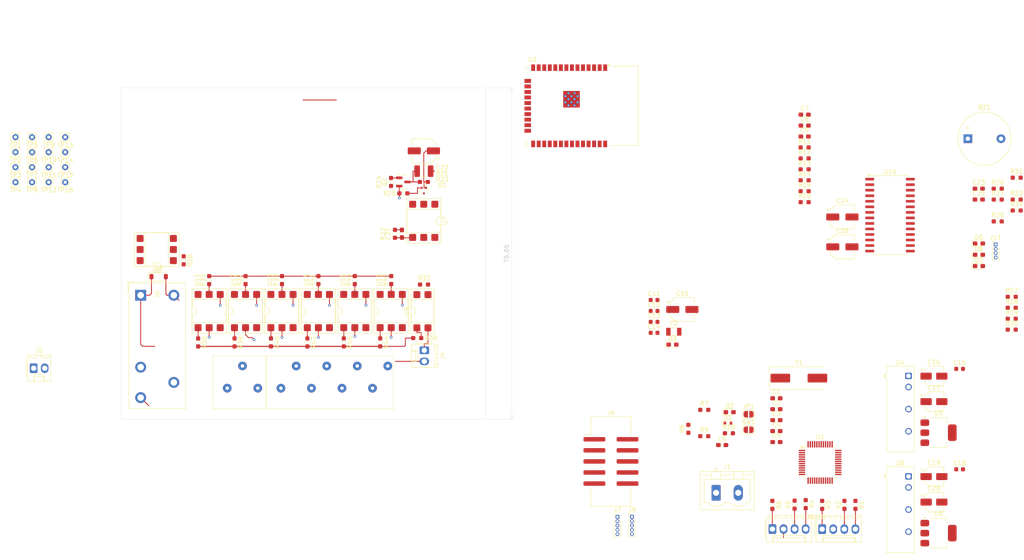
<source format=kicad_pcb>
(kicad_pcb (version 20241229) (generator "pcbnew") (generator_version "9.0")
  (layers (0 "F.Cu" signal) (2 "B.Cu" signal) (13 "F.Paste" user) (15 "B.Paste" user) (5 "F.SilkS" user "F.Silkscreen") (7 "B.SilkS" user "B.Silkscreen") (1 "F.Mask" user) (3 "B.Mask" user) (25 "Edge.Cuts" user))
  (net 0 "")
  (net 1 "/Perifericos/Buzzer")
  (net 2 "+5V_ESP")
  (net 3 "3V3_STM")
  (net 4 "GND")
  (net 5 "/STM32/OSC_In")
  (net 6 "/STM32/OSC_Out")
  (net 7 "/STM32/STM_Reset")
  (net 8 "/ESP32/5V_test")
  (net 9 "/ESP32/3.3V_test")
  (net 10 "+3.3V_ESP")
  (net 11 "/ESP32/RTC_XTAL2")
  (net 12 "/ESP32/ENABLE")
  (net 13 "/ESP32/BOOT_prog")
  (net 14 "/ESP32/RTC_XTAL1")
  (net 15 "GND_ISO")
  (net 16 "+12V_ISO")
  (net 17 "Net-(Q1-B)")
  (net 18 "Net-(D2-K)")
  (net 19 "Net-(D3-K)")
  (net 21 "Net-(D6-K)")
  (net 22 "Net-(D7-K)")
  (net 23 "/Perifericos/LED_State")
  (net 24 "/Perifericos/LED_Error")
  (net 25 "/Perifericos/FREQ_SEL_2_ISO")
  (net 26 "/Perifericos/RELAY_COM")
  (net 27 "/Perifericos/FREQ_SEL_1_ISO")
  (net 28 "/Perifericos/RELAY_NC")
  (net 29 "/Perifericos/FREQ_SEL_3_ISO")
  (net 30 "/Perifericos/FREQ_SEL_4_ISO")
  (net 31 "/Perifericos/RELAY_NO")
  (net 32 "/Perifericos/START_CTRL_ISO")
  (net 33 "/Perifericos/TERMO_SWITCH_ISO")
  (net 34 "/Perifericos/STOP_BUTTON_ISO")
  (net 35 "/STM32/SW_3V3")
  (net 36 "/SW_5V")
  (net 37 "/STM32/SW_DIO")
  (net 39 "/SW_LinkReset")
  (net 40 "/ESP32/Vsens_HV")
  (net 41 "/ESP32/VSens_Corriente")
  (net 42 "/STM32/U_In")
  (net 43 "/STM32/U_Sd")
  (net 44 "/STM32/V_In")
  (net 45 "/ESP32/TXD0_prog")
  (net 46 "/ESP32/RXD0_prog")
  (net 47 "/STM32/W_Sd")
  (net 48 "/STM32/W_In")
  (net 49 "/STM32/V_Sd")
  (net 50 "/ESP32/OLED_SDA")
  (net 51 "/ESP32/OLED_SCL")
  (net 52 "Net-(Q1-C)")
  (net 53 "Net-(Q1-E)")
  (net 54 "Net-(Q2-G)")
  (net 55 "Net-(Q2-D)")
  (net 56 "Net-(U1-PA1)")
  (net 57 "Net-(U1-PA2)")
  (net 58 "Net-(U1-PA3)")
  (net 59 "Net-(U1-PA4)")
  (net 60 "Net-(U1-PA5)")
  (net 61 "Net-(U1-PA6)")
  (net 62 "/STM32/Boot0")
  (net 63 "/STM32/Boot1")
  (net 64 "/Perifericos/FREQ_SEL_1")
  (net 65 "/ESP32/V0-10V")
  (net 66 "/Perifericos/Matrix_0")
  (net 67 "/Perifericos/Matrix_1")
  (net 68 "/Perifericos/FREQ_SEL_3")
  (net 69 "Net-(R42-Pad1)")
  (net 70 "/Perifericos/RELAY_CTRL")
  (net 71 "/Perifericos/FREQ_SEL_4")
  (net 72 "/ESP32/START_CTRL")
  (net 73 "/ESP32/STOP_BUTTON")
  (net 74 "/ESP32/RESET_MCP")
  (net 75 "/Perifericos/TermoSw_Input")
  (net 77 "/ESP32/MISO")
  (net 81 "/ESP32/MOSI")
  (net 83 "/ESP32/NSS")
  (net 87 "/ESP32/SCK")
  (net 96 "/STM32/STOP_BUTTON")
  (net 101 "/ESP32/INT_A")
  (net 102 "/ESP32/SCL_MCP")
  (net 107 "/ESP32/SDA_MCP")
  (net 110 "/ESP32/INT_B")
  (net 121 "/Perifericos/Matrix_4")
  (net 122 "/Perifericos/Matrix_5")
  (net 123 "/Perifericos/Matrix_2")
  (net 124 "/Perifericos/Matrix_3")
  (net 125 "/Perifericos/0_10V_ISO")
  (net 126 "Net-(D4-A)")
  (net 127 "Net-(D5-K)")
  (net 134 "/Fuentes/Fuente_ISO/+5V_OUT")
  (net 135 "Net-(R28-Pad2)")
  (net 136 "Net-(R30-Pad2)")
  (net 137 "Net-(R36-Pad1)")
  (net 138 "/Perifericos/FREQ_SEL_2")
  (net 139 "Net-(R38-Pad1)")
  (net 140 "Net-(R40-Pad1)")
  (net 141 "Net-(R44-Pad1)")
  (net 142 "Net-(R46-Pad1)")
  (net 153 "/SW_Clik")
  (footprint "Capacitor_SMD:C_0603_1608Metric_Pad1.08x0.95mm_HandSolder" (layer "F.Cu") (at 217.275 44.34)
    (property "Reference" "C8")
    (property "Value" "100nF")
  )
  (footprint "Connector_Pin:Pin_D0.7mm_L6.5mm_W1.8mm_FlatFork" (layer "F.Cu") (at 40.15 57.35)
    (property "Reference" "TP8")
    (property "Value" "TestPoint")
  )
  (footprint "LED_SMD:LED_0603_1608Metric_Pad1.05x0.95mm_HandSolder" (layer "F.Cu") (at 257.24 71.4)
    (property "Reference" "D5")
    (property "Value" "LED_YELLOW")
  )
  (footprint "Package_DIP:DIP-6_W7.62mm_SMDSocket_SmallPads" (layer "F.Cu") (at 97.445 86.9 90)
    (property "Reference" "U13")
    (property "Value" "4N25")
  )
  (footprint "Resistor_SMD:R_0603_1608Metric_Pad0.98x0.95mm_HandSolder" (layer "F.Cu") (at 122.45 57.275 90)
    (property "Reference" "R24")
    (property "Value" "10K")
  )
  (footprint "Capacitor_SMD:C_0603_1608Metric" (layer "F.Cu") (at 252.805 123.22)
    (property "Reference" "C18")
    (property "Value" "4.7uF")
  )
  (footprint "Connector_Pin:Pin_D0.7mm_L6.5mm_W1.8mm_FlatFork" (layer "F.Cu") (at 36.35 57.35)
    (property "Reference" "TP4")
    (property "Value" "TestPoint")
  )
  (footprint "Connector_Pin:Pin_D0.7mm_L6.5mm_W1.8mm_FlatFork" (layer "F.Cu") (at 43.95 50.45)
    (property "Reference" "TP10")
    (property "Value" "TestPoint")
  )
  (footprint "Capacitor_SMD:C_0603_1608Metric" (layer "F.Cu") (at 182.755 89.39)
    (property "Reference" "C13")
    (property "Value" "1nF")
  )
  (footprint "Resistor_SMD:R_0603_1608Metric_Pad0.98x0.95mm_HandSolder" (layer "F.Cu") (at 209.875 131.38 -90)
    (property "Reference" "R6")
    (property "Value" "1K")
  )
  (footprint "Crystal:Crystal_SMD_3215-2Pin_3.2x1.5mm" (layer "F.Cu") (at 187.285 91.64)
    (property "Reference" "Y2")
    (property "Value" "32.768KHz")
  )
  (footprint "Resistor_SMD:R_0603_1608Metric_Pad0.98x0.95mm_HandSolder" (layer "F.Cu") (at 214.975 131.33 -90)
    (property "Reference" "R5")
    (property "Value" "1K")
  )
  (footprint "Capacitor_SMD:C_0603_1608Metric" (layer "F.Cu") (at 182.755 91.9)
    (property "Reference" "C14")
    (property "Value" "12pF")
  )
  (footprint "Capacitor_SMD:C_0603_1608Metric_Pad1.08x0.95mm_HandSolder" (layer "F.Cu") (at 217.275 46.85)
    (property "Reference" "C9")
    (property "Value" "100nF")
  )
  (footprint "Connector_PinHeader_1.00mm:PinHeader_1x05_P1.00mm_Vertical" (layer "F.Cu") (at 174.355 134.12)
    (property "Reference" "J7")
    (property "Value" "Inverter_MEAS")
  )
  (footprint "Connector_Molex:Molex_KK-254_AE-6410-02A_1x02_P2.54mm_Vertical" (layer "F.Cu") (at 130.075 95.91625 -90)
    (property "Reference" "J4")
    (property "Value" "TERMO_SW1")
  )
  (footprint "Resistor_SMD:R_0603_1608Metric_Pad0.98x0.95mm_HandSolder" (layer "F.Cu") (at 105.795 79.80625 90)
    (property "Reference" "R41")
    (property "Value" "33.2K")
  )
  (footprint "Package_DIP:DIP-6_W7.62mm_SMDSocket_SmallPads" (layer "F.Cu") (at 89.095 86.90625 90)
    (property "Reference" "U12")
    (property "Value" "4N25")
  )
  (footprint "Connector_Pin:Pin_D0.7mm_L6.5mm_W1.8mm_FlatFork" (layer "F.Cu") (at 43.95 53.9)
    (property "Reference" "TP11")
    (property "Value" "TestPoint")
  )
  (footprint "Package_DIP:DIP-6_W7.62mm_SMDSocket_SmallPads" (layer "F.Cu") (at 105.795 86.90625 90)
    (property "Reference" "U14")
    (property "Value" "4N25")
  )
  (footprint "Connector_Molex:Molex_KK-254_AE-6410-02A_1x02_P2.54mm_Vertical" (layer "F.Cu") (at 40.51 100.025)
    (property "Reference" "J5")
    (property "Value" "Conn_01x02")
  )
  (footprint "Resistor_SMD:R_0603_1608Metric_Pad0.98x0.95mm_HandSolder" (layer "F.Cu") (at 265.895 63.83)
    (property "Reference" "R34")
    (property "Value" "680")
  )
  (footprint "Capacitor_SMD:CP_Elec_4x5.4" (layer "F.Cu") (at 246.925 101.84)
    (property "Reference" "C16")
    (property "Value" "10uF")
  )
  (footprint "Capacitor_SMD:CP_Elec_4x5.4" (layer "F.Cu") (at 246.925 124.89)
    (property "Reference" "C19")
    (property "Value" "10uF")
  )
  (footprint "Resistor_SMD:R_0603_1608Metric_Pad0.98x0.95mm_HandSolder" (layer "F.Cu") (at 123.35 69.175 -90)
    (property "Reference" "R22")
    (property "Value" "1K")
  )
  (footprint "Connector_PinHeader_1.00mm:PinHeader_1x05_P1.00mm_Vertical" (layer "F.Cu") (at 177.685 134.12)
    (property "Reference" "J9")
    (property "Value" "ESP32_Programmer")
  )
  (footprint "Capacitor_SMD:CP_Elec_4x5.4" (layer "F.Cu") (at 246.925 130.74)
    (property "Reference" "C20")
    (property "Value" "22uF")
  )
  (footprint "Resistor_SMD:R_0603_1608Metric_Pad0.98x0.95mm_HandSolder" (layer "F.Cu") (at 217.275 49.36)
    (property "Reference" "R11")
    (property "Value" "10K")
  )
  (footprint "Resistor_SMD:R_0603_1608Metric_Pad0.98x0.95mm_HandSolder" (layer "F.Cu") (at 194.2625 115.625)
    (property "Reference" "R9")
    (property "Value" "10K")
  )
  (footprint "Diode_SMD:D_SOD-123" (layer "F.Cu") (at 69.175 79)
    (property "Reference" "D4")
    (property "Value" "1N4148W")
  )
  (footprint "Resistor_SMD:R_0603_1608Metric_Pad0.98x0.95mm_HandSolder" (layer "F.Cu") (at 264.755 83.63)
    (property "Reference" "R17")
    (property "Value" "681K")
  )
  (footprint "Resistor_SMD:R_0603_1608Metric_Pad0.98x0.95mm_HandSolder" (layer "F.Cu") (at 265.895 61.32)
    (property "Reference" "R33")
    (property "Value" "680")
  )
  (footprint "Resistor_SMD:R_0603_1608Metric_Pad0.98x0.95mm_HandSolder" (layer "F.Cu") (at 264.755 88.65)
    (property "Reference" "R19")
    (property "Value" "121K")
  )
  (footprint "Connector_PinHeader_1.00mm:PinHeader_1x04_P1.00mm_Vertical" (layer "F.Cu") (at 261.075 71.63)
    (property "Reference" "J11")
    (property "Value" "Conn_01x04_Pin")
  )
  (footprint "Resistor_SMD:R_0603_1608Metric_Pad0.98x0.95mm_HandSolder" (layer "F.Cu") (at 89.095 79.80625 90)
    (property "Reference" "R37")
    (property "Value" "33.2K")
  )
  (footprint "Capacitor_SMD:C_0603_1608Metric_Pad1.08x0.95mm_HandSolder" (layer "F.Cu") (at 217.275 41.83)
    (property "Reference" "C7")
    (property "Value" "100nF")
  )
  (footprint "Capacitor_SMD:CP_Elec_5x5.4" (layer "F.Cu") (at 225.925 65.32)
    (property "Reference" "C24")
    (property "Value" "22uF")
  )
  (footprint "Connector_Pin:Pin_D0.7mm_L6.5mm_W1.8mm_FlatFork" (layer "F.Cu") (at 43.95 57.35)
    (property "Reference" "TP12")
    (property "Value" "TestPoint")
  )
  (footprint "Capacitor_SMD:C_0603_1608Metric" (layer "F.Cu") (at 182.755 86.88)
    (property "Reference" "C12")
    (property "Value" "1nF")
  )
  (footprint "Capacitor_SMD:C_0603_1608Metric_Pad1.08x0.95mm_HandSolder" (layer "F.Cu") (at 124.95 69.1625 90)
    (property "Reference" "C21")
    (property "Value" "100nF")
  )
  (footprint "Capacitor_SMD:CP_Elec_4x5.4" (layer "F.Cu") (at 246.925 107.69)
    (property "Reference" "C17")
    (property "Value" "22uF")
  )
  (footprint "Package_TO_SOT_SMD:SOT-523" (layer "F.Cu") (at 129.975 59.275 -90)
    (property "Reference" "Q1")
    (property "Value" "BC847")
  )
  (footprint "Connector_Pin:Pin_D0.7mm_L6.5mm_W1.8mm_FlatFork" (layer "F.Cu") (at 47.75 53.9)
    (property "Reference" "TP15")
    (property "Value" "TestPoint")
  )
  (footprint "Connector_Pin:Pin_D0.7mm_L6.5mm_W1.8mm_FlatFork" (layer "F.Cu") (at 47.75 57.35)
    (property "Reference" "TP16")
    (property "Value" "TestPoint")
  )
  (footprint "Package_DIP:DIP-6_W7.62mm_SMDSocket_SmallPads" (layer "F.Cu") (at 122.495 86.89625 90)
    (property "Reference" "U15")
    (property "Value" "4N25")
  )
  (footprint "Resistor_SMD:R_0603_1608Metric_Pad0.98x0.95mm_HandSolder" (layer "F.Cu") (at 199.9125 114.95)
    (property "Reference" "R10")
    (property "Value" "10K")
  )
  (footprint "Resistor_SMD:R_0603_1608Metric_Pad0.98x0.95mm_HandSolder" (layer "F.Cu") (at 74.91 75.26 90)
    (property "Reference" "R28")
    (property "Value" "4.7K")
  )
  (footprint "Resistor_SMD:R_0603_1608Metric_Pad0.98x0.95mm_HandSolder" (layer "F.Cu") (at 94.92 94.1 -90)
    (property "Reference" "R40")
    (property "Value" "4.7K")
  )
  (footprint "Converter_DCDC:Converter_DCDC_TRACO_TMA-05xxS_12xxS_Single_THT" (layer "F.Cu") (at 241.095 101.79)
    (property "Reference" "U4")
    (property "Value" "B1205S-2WR2")
  )
  (footprint "Connector_Pin:Pin_D0.7mm_L6.5mm_W1.8mm_FlatFork" (layer "F.Cu") (at 47.75 47)
    (property "Reference" "TP13")
    (property "Value" "TestPoint")
  )
  (footprint "Connector_Pin:Pin_D0.7mm_L6.5mm_W1.8mm_FlatFork" (layer "F.Cu") (at 36.35 53.9)
    (property "Reference" "TP3")
    (property "Value" "TestPoint")
  )
  (footprint "Resistor_SMD:R_0603_1608Metric_Pad0.98x0.95mm_HandSolder" (layer "F.Cu") (at 129.975 57.275)
    (property "Reference" "R23")
    (property "Value" "59K")
  )
  (footprint "Resistor_SMD:R_0603_1608Metric_Pad0.98x0.95mm_HandSolder" (layer "F.Cu") (at 217.275 56.89)
    (property "Reference" "R14")
    (property "Value" "10K")
  )
  (footprint "Resistor_SMD:R_0603_1608Metric_Pad0.98x0.95mm_HandSolder" (layer "F.Cu") (at 130.02 80.81625)
    (property "Reference" "R32")
    (property "Value" "3.3K")
  )
  (footprint "Resistor_SMD:R_0603_1608Metric_Pad0.98x0.95mm_HandSolder" (layer "F.Cu") (at 264.755 91.16)
    (property "Reference" "R20")
    (property "Value" "150K")
  )
  (footprint "Resistor_SMD:R_0603_1608Metric_Pad0.98x0.95mm_HandSolder" (layer "F.Cu") (at 261.545 58.81)
    (property "Reference" "R26")
    (property "Value" "10K")
  )
  (footprint "Package_DIP:DIP-4_W7.62mm_SMDSocket_SmallPads" (layer "F.Cu") (at 129.645 86.94125 90)
    (property "Reference" "U9")
    (property "Value" "PC817")
  )
  (footprint "Package_QFP:LQFP-48_7x7mm_P0.5mm" (layer "F.Cu") (at 220.825 121.65)
    (property "Reference" "U1")
    (property "Value" "STM32F103C8Tx")
  )
  (footprint "Connector_Pin:Pin_D0.7mm_L6.5mm_W1.8mm_FlatFork" (layer "F.Cu") (at 36.35 50.45)
    (property "Reference" "TP2")
    (property "Value" "TestPoint")
  )
  (footprint "Capacitor_SMD:CP_Elec_5x5.4" (layer "F.Cu") (at 225.925 72.17)
    (property "Reference" "C26")
    (property "Value" "22uF")
  )
  (footprint "Resistor_SMD:R_0603_1608Metric_Pad0.98x0.95mm_HandSolder" (layer "F.Cu") (at 119.97 94.09625 -90)
    (property "Reference" "R44")
    (property "Value" "4.7K")
  )
  (footprint "Package_DIP:DIP-6_W7.62mm_SMDSocket_SmallPads" (layer "F.Cu") (at 68.735 72.785 180)
    (property "Reference" "U8")
    (property "Value" "4N25")
  )
  (footprint "Capacitor_SMD:C_0603_1608Metric" (layer "F.Cu") (at 182.755 84.37)
    (property "Reference" "C11")
    (property "Value" "12pF")
  )
  (footprint "Resistor_SMD:R_0603_1608Metric_Pad0.98x0.95mm_HandSolder" (layer "F.Cu") (at 97.445 79.8 90)
    (property "Reference" "R39")
    (property "Value" "33.2K")
  )
  (footprint "Footprints:RT174012" (layer "F.Cu") (at 68.85 94.875 -90)
    (property "Reference" "K1" (hide yes))
    (property "Value" "RT174012" (hide yes))
  )
  (footprint "Capacitor_SMD:C_0603_1608Metric_Pad1.08x0.95mm_HandSolder" (layer "F.Cu") (at 257.195 61.32)
    (property "Reference" "C25")
    (property "Value" "100nF")
  )
  (footprint "Resistor_SMD:R_0603_1608Metric_Pad0.98x0.95mm_HandSolder" (layer "F.Cu") (at 111.62 94.09625 -90)
    (property "Reference" "R46")
    (property "Value" "4.7K")
  )
  (footprint "Connector_Pin:Pin_D0.7mm_L6.5mm_W1.8mm_FlatFork" (layer "F.Cu") (at 43.95 47)
    (property "Reference" "TP9")
    (property "Value" "TestPoint")
  )
  (footprint "Resistor_SMD:R_0603_1608Metric_Pad0.98x0.95mm_HandSolder" (layer "F.Cu") (at 217.275 59.4)
    (property "Reference" "R15")
    (property "Value" "10K")
  )
  (footprint "Resistor_SMD:R_0603_1608Metric_Pad0.98x0.95mm_HandSolder" (layer "F.Cu") (at 128.45 93.10625)
    (property "Reference" "R30")
    (property "Value" "4.7K")
  )
  (footprint "Package_TO_SOT_SMD:SOT-23" (layer "F.Cu") (at 125.275 57.275)
    (property "Reference" "Q2")
    (property "Value" "2N7002")
  )
  (footprint "Capacitor_SMD:C_0603_1608Metric_Pad1.08x0.95mm_HandSolder" (layer "F.Cu") (at 210.805 106.92)
    (property "Reference" "C1")
    (property "Value" "100nF")
  )
  (footprint "Resistor_SMD:R_0603_1608Metric_Pad0.98x0.95mm_HandSolder" (layer "F.Cu") (at 103.27 94.10625 -90)
    (property "Reference" "R42")
    (property "Value" "4.7K")
  )
  (footprint "Resistor_SMD:R_0603_1608Metric_Pad0.98x0.95mm_HandSolder" (layer "F.Cu") (at 78.225 94.10625 -90)
    (property "Reference" "R36")
    (property "Value" "4.7K")
  )
  (footprint "Resistor_SMD:R_0603_1608Metric_Pad0.98x0.95mm_HandSolder" (layer "F.Cu") (at 228.925 131.375 -90)
    (property "Reference" "R1")
    (property "Value" "1K")
  )
  (footprint "Resistor_SMD:R_0603_1608Metric_Pad0.98x0.95mm_HandSolder" (layer "F.Cu") (at 226.4 131.375 -90)
    (property "Reference" "R2")
    (property "Value" "1K")
  )
  (footprint "Resistor_SMD:R_0603_1608Metric_Pad0.98x0.95mm_HandSolder" (layer "F.Cu") (at 221.295 131.375 -90)
    (property "Reference" "R3")
    (property "Value" "1K")
  )
  (footprint "Package_SO:SOIC-28W_7.5x17.9mm_P1.27mm" (layer "F.Cu") (at 236.855 64.89)
    (property "Reference" "U10")
    (property "Value" "MCP23017_SO")
  )
  (footprint "RF_Module:ESP32-WROOM-32D" (layer "F.Cu") (at 163.295 39.8 -90)
    (property "Reference" "U2")
    (property "Value" "ESP32-WROOM-32E-N16")
  )
  (footprint "Connector_Phoenix_MSTB:PhoenixContact_MSTBVA_2,5_2-G-5,08_1x02_P5.08mm_Vertical" (layer "F.Cu") (at 196.975 128.615)
    (property "Reference" "J1")
    (property "Value" "Micro_PwrBus_B1")
  )
  (footprint "Capacitor_SMD:C_0603_1608Metric_Pad1.08x0.95mm_HandSolder" (layer "F.Cu") (at 257.195 58.81)
    (property "Reference" "C23")
    (property "Value" "100nF")
  )
  (footprint "Resistor_SMD:R_0603_1608Metric_Pad0.98x0.95mm_HandSolder" (layer "F.Cu") (at 217.525 131.205 -90)
    (property "Reference" "R4")
    (property "Value" "1K")
  )
  (footprint "Resistor_SMD:R_1210_3225Metric_Pad1.30x2.65mm_HandSolder" (layer "F.Cu") (at 129.975 54.8)
    (property "Reference" "R21")
    (property "Value" "28")
  )
  (footprint "Converter_DCDC:Converter_DCDC_TRACO_TMA-05xxS_12xxS_Single_THT" (layer "F.Cu") (at 241.095 124.84)
    (property "Reference" "U6")
    (property "Value" "B1205S-2WR2")
  )
  (footprint "Connector_Molex:Molex_KK-254_AE-6410-04A_1x04_P2.54mm_Vertical" (layer "F.Cu") (at 221.295 136.95)
    (property "Reference" "J8")
    (property "Value" "Inv_Signal1_A1")
  )
  (footprint "Capacitor_SMD:C_0603_1608Metric_Pad1.08x0.95mm_HandSolder" (layer "F.Cu") (at 210.805 114.45)
    (property "Reference" "C4")
    (property "Value" "20pF")
  )
  (footprint "Resistor_SMD:R_0603_1608Metric_Pad0.98x0.95mm_HandSolder" (layer "F.Cu") (at 261.545 66.34)
    (property "Reference" "R29")
    (property "Value" "680")
  )
  (footprint "Capacitor_SMD:CP_Elec_5x5.4" (layer "F.Cu") (at 189.235 86.54)
    (property "Reference" "C10")
    (property "Value" "22uF")
  )
  (footprint "Resistor_SMD:R_0603_1608Metric_Pad0.98x0.95mm_HandSolder" (layer "F.Cu") (at 261.545 61.32)
    (property "Reference" "R27")
    (property "Value" "10K")
  )
  (footprint "Package_DIP:DIP-6_W7.62mm_SMDSocket_SmallPads" (layer "F.Cu") (at 80.75 86.90625 90)
    (property "Reference" "U11")
    (property "Value" "4N25")
  )
  (footprint "Resistor_SMD:R_0603_1608Metric_Pad0.98x0.95mm_HandSolder" (layer "F.Cu") (at 190.6125 113.925 90)
    (property "Reference" "R8")
    (property "Value" "10K")
  )
  (footprint "Connector_IDC:IDC-Header_2x05_P2.54mm_Vertical_SMD" (layer "F.Cu") (at 172.875 121.41)
    (property "Reference" "J6")
    (property "Value" "SWD_Program1")
  )
  (footprint "Footprints:MX250-3.5-08P-B-GY01-Cu-A" (layer "F.Cu") (at 92.9575 110.7125)
    (property "Reference" "J3" (hide yes))
    (property "Value" "Screw_Terminal_01x08" (hide yes))
  )
  (footprint "Package_TO_SOT_SMD:SOT-223-3_TabPin2" (layer "F.Cu") (at 247.975 114.815)
    (property "Reference" "U3")
    (property "Value" "AMS1117-3.3")
  )
  (footprint "Resistor_SMD:R_0603_1608Metric_Pad0.98x0.95mm_HandSolder" (layer "F.Cu") (at 114.145 79.79625 90)
    (property "Reference" "R45")
    (property "Value" "33.2K")
  )
  (footprint "LED_SMD:LED_0603_1608Metric_Pad1.05x0.95mm_HandSolder" (layer "F.Cu") (at 257.24 73.99)
    (property "Reference" "D6")
    (property "Value" "LED_YELLOW")
  )
  (footprint "Crystal:Crystal_SMD_HC49-SD" (layer "F.Cu") (at 215.95 102.29)
    (property "Reference" "Y1")
    (property "Value" "Crystal 8MHz")
  )
  (footprint "Connector_Molex:Molex_KK-254_AE-6410-04A_1x04_P2.54mm_Vertical" (layer "F.Cu") (at 209.895 136.93)
    (property "Reference" "J10")
    (property "Value" "Inv_Signal2_A1")
  )
  (footprint "Connector_Pin:Pin_D0.7mm_L6.5mm_W1.8mm_FlatFork" (layer "F.Cu") (at 40.15 53.9)
    (property "Reference" "TP7")
    (property "Value" "TestPoint")
  )
  (footprint "Connector_Pin:Pin_D0.7mm_L6.5mm_W1.8mm_FlatFork" (layer "F.Cu") (at 40.15 47)
    (property "Reference" "TP5")
    (property "Value" "TestPoint")
  )
  (footprint "Capacitor_SMD:C_0603_1608Metric_Pad1.08x0.95mm_HandSolder" (layer "F.Cu") (at 198.3625 117.65)
    (property "Reference" "C6")
    (property "Value" "100nF")
  )
  (footprint "Resistor_SMD:R_0603_1608Metric_Pad0.98x0.95mm_HandSolder" (layer "F.Cu") (at 265.895 56.3)
    (property "Reference" "R31")
    (property "Value" "10K")
  )
  (footprint "Connector_Pin:Pin_D0.7mm_L6.5mm_W1.8mm_FlatFork" (layer "F.Cu") (at 36.35 47)
    (property "Reference" "TP1")
    (property "Value" "TestPoint")
  )
  (footprint "Capacitor_SMD:CP_Elec_5x5.4" (layer "F.Cu") (at 129.975 50.15 180)
    (property "Reference" "C22")
    (property "Value" "22uF")
  )
  (footprint "Resistor_SMD:R_0603_1608Metric_Pad0.98x0.95mm_HandSolder" (layer "F.Cu") (at 122.495 79.79625 90)
    (property "Reference" "R43")
    (property "Value" "33.2K")
  )
  (footprint "Buzzer_Beeper:Buzzer_12x9.5RM7.6" (layer "F.Cu") (at 254.695 47.35)
    (property "Reference" "BZ1")
    (property "Value" "Buzzer")
  )
  (footprint "Jumper:SolderJumper-2_P1.3mm_Open_RoundedPad1.0x1.5mm" (layer "F.Cu") (at 204.4325 114.14)
    (property "Reference" "SW1")
    (property "Value" "SolderJumper_2_Open")
  )
  (footprint "Resistor_SMD:R_0603_1608Metric_Pad0.98x0.95mm_HandSolder" (layer "F.Cu") (at 194.2625 109.575)
    (property "Reference" "R7")
    (property "Value" "680")
  )
  (footprint "Capacitor_SMD:C_0603_1608Metric_Pad1.08x0.95mm_HandSolder" (layer "F.Cu") (at 210.805 111.94)
    (property "Reference" "C3")
    (property "Value" "100nF")
  )
  (footprint "Package_DIP:DIP-6_W7.62mm_SMDSocket_SmallPads" (layer "F.Cu") (at 114.145 86.89625 90)
    (property "Reference" "U16")
    (property "Value" "4N25")
  )
  (footprint "Resistor_SMD:R_0603_1608Metric_Pad0.98x0.95mm_HandSolder" (layer "F.Cu") (at 217.275 54.38)
    (property "Reference" "R13")
    (property "Value" "680")
  )
  (footprint "Resistor_SMD:R_0603_1608Metric_Pad0.98x0.95mm_HandSolder" (layer "F.Cu") (at 125.275 59.9)
    (property "Reference" "R25")
    (property "Value" "102")
  )
  (footprint "Diode_SMD:D_SOD-523" (layer "F.Cu") (at 199.6875 112.63)
    (property "Reference" "D1")
    (property "Value" "BSD5C031V")
  )
  (footprint "Capacitor_SMD:C_0603_1608Metric_Pad1.08x0.95mm_HandSolder" (layer "F.Cu") (at 210.805 116.96)
    (property "Reference" "C5")
    (property "Value" "20pF")
  )
  (footprint "Connector_Pin:Pin_D0.7mm_L6.5mm_W1.8mm_FlatFork" (layer "F.Cu") (at 40.15 50.45)
    (property "Reference" "TP6")
    (property "Value" "TestPoint")
  )
  (footprint "Resistor_SMD:R_0603_1608Metric_Pad0.98x0.95mm_HandSolder" (layer "F.Cu") (at 264.755 86.14)
    (property "Reference" "R18")
    (property "Value" "511K")
  )
  (footprint "LED_SMD:LED_0603_1608Metric_Pad1.05x0.95mm_HandSolder" (layer "F.Cu") (at 257.24 76.58)
    (property "Reference" "D7")
    (property "Value" "LED_RED")
  )
  (footprint "Connector_Pin:Pin_D0.7mm_L6.5mm_W1.8mm_FlatFork" (layer "F.Cu") (at 47.75 50.45)
    (property "Reference" "TP14")
    (property "Value" "TestPoint")
  )
  (footprint "Resistor_SMD:R_0603_1608Metric_Pad0.98x0.95mm_HandSolder" (layer "F.Cu") (at 217.275 51.87)
    (property "Reference" "R12")
    (property "Value" "10K")
  )
  (footprint "Resistor_SMD:R_0603_1608Metric_Pad0.98x0.95mm_HandSolder" (layer "F.Cu") (at 80.75 79.80625 90)
    (property "Reference" "R35")
    (property "Value" "33.2K")
  )
  (footprint "Footprints:MX250-3.5-03P-A-GY01-Cu-A" (layer "F.Cu") (at 81.045 111.4)
    (property "Reference" "J4" (hide yes))
    (property "Value" "Screw_Terminal_01x03" (hide yes))
  )
  (footprint "Jumper:SolderJumper-2_P1.3mm_Open_RoundedPad1.0x1.5mm" (layer "F.Cu") (at 204.4325 110.59)
    (property "Reference" "JP1")
    (property "Value" "SolderJumper_2_Open")
  )
  (footprint "LED_SMD:LED_0603_1608Metric_Pad1.05x0.95mm_HandSolder" (layer "F.Cu") (at 186.98 94.61)
    (property "Reference" "D3")
    (property "Value" "LED_Green")
  )
  (footprint "Capacitor_SMD:C_0603_1608Metric_Pad1.08x0.95mm_HandSolder" (layer "F.Cu") (at 210.805 109.43)
    (property "Reference" "C2")
    (property "Value" "100nF")
  )
  (footprint "Resistor_SMD:R_0603_1608Metric_Pad0.98x0.95mm_HandSolder" (layer "F.Cu") (at 86.57 94.10625 -90)
    (property "Reference" "R38")
    (property "Value" "4.7K")
  )
  (footprint "Capacitor_SMD:C_0603_1608Metric" (layer "F.Cu") (at 252.805 100.17)
    (property "Reference" "C15")
    (property "Value" "4.7uF")
  )
  (footprint "Package_TO_SOT_SMD:SOT-223-3_TabPin2" (layer "F.Cu") (at 247.975 137.865)
    (property "Reference" "U5")
    (property "Value" "AMS1117-3.3")
  )
  (footprint "Package_DIP:DIP-6_W7.62mm_SMDSocket_SmallPads" (layer "F.Cu") (at 129.95 66.2 -90)
    (property "Reference" "U7")
    (property "Value" "4N25")
  )
  (footprint "Resistor_SMD:R_0603_1608Metric_Pad0.98x0.95mm_HandSolder" (layer "F.Cu") (at 217.275 61.91)
    (property "Reference" "R16")
    (property "Value" "1M")
  )
  (footprint "LED_SMD:LED_0603_1608Metric_Pad1.05x0.95mm_HandSolder" (layer "F.Cu") (at 200.0875 110.11)
    (property "Reference" "D2")
    (property "Value" "LED_Green")
  )
  (gr_rect (start 60.625 35.7) (end 144.175 111.75) (stroke (width 0.05)) (fill no) (layer "Edge.Cuts"))
  (dimension (type orthogonal) (layer "Edge.Cuts") (pts (xy 144.175 35.7) (xy 144.175 111.75)) (height 5.925) (orientation 1) (format (prefix "") (suffix "") (units 3) (units_format 0) (precision 4) (suppress_zeroes yes)) (style (thickness 0.05) (arrow_length 1.27) (text_position_mode 0) (arrow_direction outward) (extension_height 0.58642) (extension_offset 0.5) (keep_text_aligned yes)) (gr_text "76,05" (at 148.95 73.725 90) (layer "Edge.Cuts") (effects (font (size 1 1) (thickness 0.15)))))
  (segment (start 132.45 54.8) (end 131.525 54.8) (width 0.2) (layer "F.Cu") (net 2))
  (segment (start 102.365 38.485) (end 102.325 38.525) (width 0.2) (layer "F.Cu") (net 2))
  (segment (start 109.915 38.485) (end 102.365 38.485) (width 0.2) (layer "F.Cu") (net 2))
  (segment (start 124.3375 59.875) (end 124.3625 59.9) (width 0.2) (layer "F.Cu") (net 4))
  (segment (start 116.685 83.08625) (end 116.685 85.56125) (width 0.2) (layer "F.Cu") (net 4))
  (segment (start 124.3625 59.9) (end 124.3625 60.9625) (width 0.2) (layer "F.Cu") (net 4))
  (segment (start 212.435 136.93) (end 212.435 138.94) (width 0.2) (layer "F.Cu") (net 4))
  (segment (start 83.29 83.09625) (end 83.29 85.57125) (width 0.2) (layer "F.Cu") (net 4))
  (segment (start 125.035 83.08625) (end 125.035 85.56125) (width 0.2) (layer "F.Cu") (net 4))
  (segment (start 91.635 83.09625) (end 91.635 85.57125) (width 0.2) (layer "F.Cu") (net 4))
  (segment (start 99.985 83.09) (end 99.985 85.565) (width 0.2) (layer "F.Cu") (net 4))
  (segment (start 124.35 60.975) (end 124.3625 60.9625) (width 0.2) (layer "F.Cu") (net 4))
  (segment (start 212.435 138.94) (end 212.45 138.955) (width 0.2) (layer "F.Cu") (net 4))
  (segment (start 108.335 83.09625) (end 108.335 85.57125) (width 0.2) (layer "F.Cu") (net 4))
  (segment (start 124.3375 58.225) (end 124.3375 59.875) (width 0.2) (layer "F.Cu") (net 4))
  (via (at 124.3625 60.9625) (size 0.6) (drill 0.3) (layers "F.Cu" "B.Cu") (net 4))
  (via (at 116.695 85.57125) (size 0.6) (drill 0.3) (layers "F.Cu" "B.Cu") (net 4))
  (via (at 83.3 85.58125) (size 0.6) (drill 0.3) (layers "F.Cu" "B.Cu") (net 4))
  (via (at 91.645 85.58125) (size 0.6) (drill 0.3) (layers "F.Cu" "B.Cu") (net 4))
  (via (at 108.345 85.58125) (size 0.6) (drill 0.3) (layers "F.Cu" "B.Cu") (net 4))
  (via (at 125.045 85.57125) (size 0.6) (drill 0.3) (layers "F.Cu" "B.Cu") (net 4))
  (via (at 99.995 85.575) (size 0.6) (drill 0.3) (layers "F.Cu" "B.Cu") (net 4))
  (segment (start 80.75 78.89375) (end 122.485 78.89375) (width 0.2) (layer "F.Cu") (net 10))
  (segment (start 122.485 78.89375) (end 122.495 78.88375) (width 0.2) (layer "F.Cu") (net 10))
  (segment (start 123.425 98.45625) (end 130.075 98.45625) (width 0.2) (layer "F.Cu") (net 15))
  (segment (start 123.35 68.2625) (end 124.9125 68.2625) (width 0.2) (layer "F.Cu") (net 15))
  (segment (start 124.9125 68.2625) (end 124.95 68.3) (width 0.2) (layer "F.Cu") (net 15))
  (segment (start 67.075 83.275) (end 65.05 83.275) (width 0.2) (layer "F.Cu") (net 16))
  (segment (start 78.225 95.01875) (end 85.5 95.01875) (width 0.2) (layer "F.Cu") (net 16))
  (segment (start 125.725 94.83125) (end 125.725 93.20625) (width 0.2) (layer "F.Cu") (net 16))
  (segment (start 65.475 95) (end 65.05 94.575) (width 0.2) (layer "F.Cu") (net 16))
  (segment (start 65.05 94.575) (end 65.05 83.275) (width 0.2) (layer "F.Cu") (net 16))
  (segment (start 95.15 95.01875) (end 86.7 95.01875) (width 0.2) (layer "F.Cu") (net 16))
  (segment (start 86.7 95.01875) (end 85.5 95.01875) (width 0.2) (layer "F.Cu") (net 16))
  (segment (start 67.525 82.825) (end 67.075 83.275) (width 0.2) (layer "F.Cu") (net 16))
  (segment (start 125.825 93.10625) (end 127.5375 93.10625) (width 0.2) (layer "F.Cu") (net 16))
  (segment (start 68.275 95) (end 65.475 95) (width 0.2) (layer "F.Cu") (net 16))
  (segment (start 103.27 95.01875) (end 110.9075 95.01875) (width 0.2) (layer "F.Cu") (net 16))
  (segment (start 94.92 95.0125) (end 102.5575 95.0125) (width 0.2) (layer "F.Cu") (net 16))
  (segment (start 119.97 95.00875) (end 125.5475 95.00875) (width 0.2) (layer "F.Cu") (net 16))
  (segment (start 119.97 95.00875) (end 81.7025 95.00875) (width 0.2) (layer "F.Cu") (net 16))
  (segment (start 125.5475 95.00875) (end 125.725 94.83125) (width 0.2) (layer "F.Cu") (net 16))
  (segment (start 81.6925 95.01875) (end 78.225 95.01875) (width 0.2) (layer "F.Cu") (net 16))
  (segment (start 81.7025 95.00875) (end 81.6925 95.01875) (width 0.2) (layer "F.Cu") (net 16))
  (segment (start 67.525 79) (end 67.525 82.825) (width 0.2) (layer "F.Cu") (net 16))
  (segment (start 111.62 95.00875) (end 119.2575 95.00875) (width 0.2) (layer "F.Cu") (net 16))
  (segment (start 125.725 93.20625) (end 125.825 93.10625) (width 0.2) (layer "F.Cu") (net 16))
  (segment (start 130.03 58.63) (end 130.025 58.625) (width 0.2) (layer "F.Cu") (net 17))
  (segment (start 129.95 50.675) (end 129.95 57.2) (width 0.2) (layer "F.Cu") (net 17))
  (segment (start 130.025 57.275) (end 130.025 58.625) (width 0.2) (layer "F.Cu") (net 17))
  (segment (start 130.1 57.275) (end 130.8875 57.275) (width 0.2) (layer "F.Cu") (net 17))
  (segment (start 130.025 57.275) (end 130.1 57.275) (width 0.2) (layer "F.Cu") (net 17))
  (segment (start 130.475 58.63) (end 130.03 58.63) (width 0.2) (layer "F.Cu") (net 17))
  (segment (start 129.95 57.2) (end 130.025 57.275) (width 0.2) (layer "F.Cu") (net 17))
  (segment (start 132.175 50.15) (end 130.475 50.15) (width 0.2) (layer "F.Cu") (net 17))
  (segment (start 130.475 50.15) (end 129.95 50.675) (width 0.2) (layer "F.Cu") (net 17))
  (segment (start 89.095 90.71625) (end 89.095 92.32625) (width 0.2) (layer "F.Cu") (net 25))
  (segment (start 89.095 92.32625) (end 89.75 92.98125) (width 0.2) (layer "F.Cu") (net 25))
  (segment (start 89.75 92.98125) (end 90.575 92.98125) (width 0.2) (layer "F.Cu") (net 25))
  (segment (start 90.575 92.98125) (end 91.05 93.45625) (width 0.2) (layer "F.Cu") (net 25))
  (via (at 91.05 93.45625) (size 0.6) (drill 0.3) (layers "F.Cu" "B.Cu") (net 25))
  (segment (start 80.75 92.88125) (end 80.75 90.71625) (width 0.2) (layer "F.Cu") (net 27))
  (via (at 80.75 92.88125) (size 0.6) (drill 0.3) (layers "F.Cu" "B.Cu") (net 27))
  (segment (start 97.445 92.97625) (end 97.45 92.98125) (width 0.2) (layer "F.Cu") (net 29))
  (segment (start 97.445 90.71) (end 97.445 92.97625) (width 0.2) (layer "F.Cu") (net 29))
  (via (at 97.45 92.98125) (size 0.6) (drill 0.3) (layers "F.Cu" "B.Cu") (net 29))
  (segment (start 105.8 92.95625) (end 105.795 92.95125) (width 0.2) (layer "F.Cu") (net 30))
  (segment (start 105.795 92.95125) (end 105.795 90.71625) (width 0.2) (layer "F.Cu") (net 30))
  (via (at 105.8 92.95625) (size 0.6) (drill 0.3) (layers "F.Cu" "B.Cu") (net 30))
  (segment (start 65.05 106.775) (end 66.9125 108.6375) (width 0.2) (layer "F.Cu") (net 31))
  (segment (start 122.475 92.93125) (end 122.495 92.91125) (width 0.2) (layer "F.Cu") (net 32))
  (segment (start 122.495 92.91125) (end 122.495 90.70625) (width 0.2) (layer "F.Cu") (net 32))
  (via (at 122.475 92.93125) (size 0.6) (drill 0.3) (layers "F.Cu" "B.Cu") (net 32))
  (segment (start 130.9 94.43125) (end 130.075 94.43125) (width 0.2) (layer "F.Cu") (net 33))
  (segment (start 130.075 94.43125) (end 130.075 95.91625) (width 0.2) (layer "F.Cu") (net 33))
  (segment (start 130.915 94.41625) (end 130.9 94.43125) (width 0.2) (layer "F.Cu") (net 33))
  (segment (start 130.915 90.75125) (end 130.915 94.41625) (width 0.2) (layer "F.Cu") (net 33))
  (segment (start 114.15 92.75625) (end 114.145 92.75125) (width 0.2) (layer "F.Cu") (net 34))
  (segment (start 114.145 90.70625) (end 114.145 92.75125) (width 0.2) (layer "F.Cu") (net 34))
  (via (at 114.145 92.75125) (size 0.6) (drill 0.3) (layers "F.Cu" "B.Cu") (net 34))
  (segment (start 228.925 132.2875) (end 228.925 136.94) (width 0.2) (layer "F.Cu") (net 42))
  (segment (start 228.925 136.94) (end 228.915 136.95) (width 0.2) (layer "F.Cu") (net 42))
  (segment (start 226.4 136.925) (end 226.375 136.95) (width 0.2) (layer "F.Cu") (net 43))
  (segment (start 226.4 132.2875) (end 226.4 136.925) (width 0.2) (layer "F.Cu") (net 43))
  (segment (start 221.295 132.2875) (end 221.295 136.95) (width 0.2) (layer "F.Cu") (net 44))
  (segment (start 209.875 136.91) (end 209.895 136.93) (width 0.2) (layer "F.Cu") (net 47))
  (segment (start 209.875 132.2925) (end 209.875 136.91) (width 0.2) (layer "F.Cu") (net 47))
  (segment (start 214.975 132.2425) (end 214.975 136.93) (width 0.2) (layer "F.Cu") (net 48))
  (segment (start 217.525 136.92) (end 217.515 136.93) (width 0.2) (layer "F.Cu") (net 49))
  (segment (start 217.525 132.1175) (end 217.525 136.92) (width 0.2) (layer "F.Cu") (net 49))
  (segment (start 128.525 58.625) (end 128.53 58.63) (width 0.2) (layer "F.Cu") (net 53))
  (segment (start 128.525 59.9) (end 128.525 58.625) (width 0.2) (layer "F.Cu") (net 53))
  (segment (start 128.53 58.63) (end 129.475 58.63) (width 0.2) (layer "F.Cu") (net 53))
  (segment (start 126.1875 59.9) (end 128.525 59.9) (width 0.2) (layer "F.Cu") (net 53))
  (segment (start 124.3 56.3625) (end 124.3375 56.325) (width 0.2) (layer "F.Cu") (net 54))
  (segment (start 122.45 56.3625) (end 124.3 56.3625) (width 0.2) (layer "F.Cu") (net 54))
  (segment (start 128.425 54.8) (end 127.5 54.8) (width 0.2) (layer "F.Cu") (net 55))
  (segment (start 127.5 54.8) (end 127.5 57.275) (width 0.2) (layer "F.Cu") (net 55))
  (segment (start 129.0625 57.275) (end 127.5 57.275) (width 0.2) (layer "F.Cu") (net 55))
  (segment (start 127.5 57.275) (end 126.2125 57.275) (width 0.2) (layer "F.Cu") (net 55))
  (segment (start 80.75 83.09625) (end 80.75 80.71875) (width 0.2) (layer "F.Cu") (net 64))
  (segment (start 97.445 83.09) (end 97.445 80.7125) (width 0.2) (layer "F.Cu") (net 68))
  (segment (start 103.27 93.19375) (end 103.27 90.73125) (width 0.2) (layer "F.Cu") (net 69))
  (segment (start 103.27 90.73125) (end 103.255 90.71625) (width 0.2) (layer "F.Cu") (net 69))
  (segment (start 105.795 83.09625) (end 105.795 80.71875) (width 0.2) (layer "F.Cu") (net 71))
  (segment (start 122.495 83.08625) (end 122.495 80.70875) (width 0.2) (layer "F.Cu") (net 72))
  (segment (start 114.145 83.08625) (end 114.145 80.70875) (width 0.2) (layer "F.Cu") (net 73))
  (segment (start 123.35 70.0875) (end 127.3325 70.0875) (width 0.2) (layer "F.Cu") (net 125))
  (segment (start 127.3325 70.0875) (end 127.41 70.01) (width 0.2) (layer "F.Cu") (net 125))
  (segment (start 71.075 83.275) (end 72.65 83.275) (width 0.2) (layer "F.Cu") (net 126))
  (segment (start 72.65 83.275) (end 73.825 84.45) (width 0.2) (layer "F.Cu") (net 126))
  (segment (start 70.825 83.025) (end 71.075 83.275) (width 0.2) (layer "F.Cu") (net 126))
  (segment (start 70.825 79) (end 70.825 83.025) (width 0.2) (layer "F.Cu") (net 126))
  (segment (start 128.375 91.80625) (end 128.4 91.83125) (width 0.2) (layer "F.Cu") (net 136))
  (segment (start 129.3625 91.84375) (end 129.3625 93.10625) (width 0.2) (layer "F.Cu") (net 136))
  (segment (start 128.4 91.83125) (end 129.35 91.83125) (width 0.2) (layer "F.Cu") (net 136))
  (segment (start 129.35 91.83125) (end 129.3625 91.84375) (width 0.2) (layer "F.Cu") (net 136))
  (segment (start 128.375 90.75125) (end 128.375 91.80625) (width 0.2) (layer "F.Cu") (net 136))
  (segment (start 78.225 93.19375) (end 78.225 90.73125) (width 0.2) (layer "F.Cu") (net 137))
  (segment (start 78.225 90.73125) (end 78.21 90.71625) (width 0.2) (layer "F.Cu") (net 137))
  (segment (start 89.095 83.09625) (end 89.095 80.71875) (width 0.2) (layer "F.Cu") (net 138))
  (segment (start 86.57 90.73125) (end 86.555 90.71625) (width 0.2) (layer "F.Cu") (net 139))
  (segment (start 86.57 93.19375) (end 86.57 90.73125) (width 0.2) (layer "F.Cu") (net 139))
  (segment (start 94.92 93.1875) (end 94.92 90.725) (width 0.2) (layer "F.Cu") (net 140))
  (segment (start 94.92 90.725) (end 94.905 90.71) (width 0.2) (layer "F.Cu") (net 140))
  (segment (start 119.97 90.72125) (end 119.955 90.70625) (width 0.2) (layer "F.Cu") (net 141))
  (segment (start 119.97 93.18375) (end 119.97 90.72125) (width 0.2) (layer "F.Cu") (net 141))
  (segment (start 111.62 90.72125) (end 111.605 90.70625) (width 0.2) (layer "F.Cu") (net 142))
  (segment (start 111.62 93.18375) (end 111.62 90.72125) (width 0.2) (layer "F.Cu") (net 142))
)
</source>
